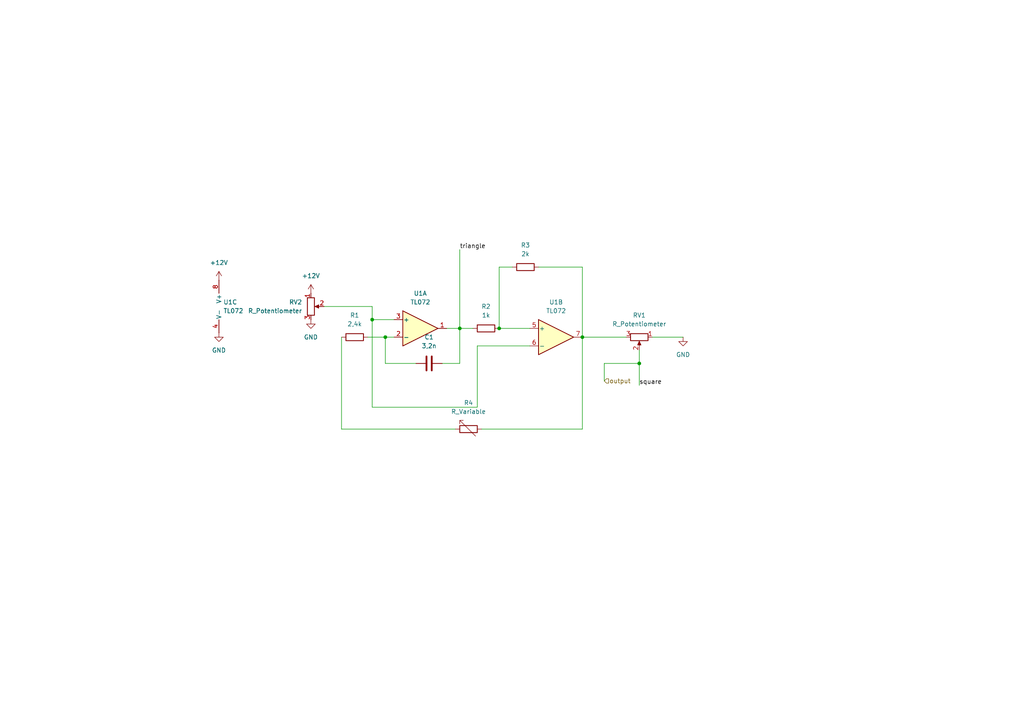
<source format=kicad_sch>
(kicad_sch
	(version 20250114)
	(generator "eeschema")
	(generator_version "9.0")
	(uuid "36a3c8af-8f81-4186-8706-e0adb3a86e43")
	(paper "A4")
	(lib_symbols
		(symbol "Amplifier_Operational:TL072"
			(pin_names
				(offset 0.127)
			)
			(exclude_from_sim no)
			(in_bom yes)
			(on_board yes)
			(property "Reference" "U"
				(at 0 5.08 0)
				(effects
					(font
						(size 1.27 1.27)
					)
					(justify left)
				)
			)
			(property "Value" "TL072"
				(at 0 -5.08 0)
				(effects
					(font
						(size 1.27 1.27)
					)
					(justify left)
				)
			)
			(property "Footprint" ""
				(at 0 0 0)
				(effects
					(font
						(size 1.27 1.27)
					)
					(hide yes)
				)
			)
			(property "Datasheet" "http://www.ti.com/lit/ds/symlink/tl071.pdf"
				(at 0 0 0)
				(effects
					(font
						(size 1.27 1.27)
					)
					(hide yes)
				)
			)
			(property "Description" "Dual Low-Noise JFET-Input Operational Amplifiers, DIP-8/SOIC-8"
				(at 0 0 0)
				(effects
					(font
						(size 1.27 1.27)
					)
					(hide yes)
				)
			)
			(property "ki_locked" ""
				(at 0 0 0)
				(effects
					(font
						(size 1.27 1.27)
					)
				)
			)
			(property "ki_keywords" "dual opamp"
				(at 0 0 0)
				(effects
					(font
						(size 1.27 1.27)
					)
					(hide yes)
				)
			)
			(property "ki_fp_filters" "SOIC*3.9x4.9mm*P1.27mm* DIP*W7.62mm* TO*99* OnSemi*Micro8* TSSOP*3x3mm*P0.65mm* TSSOP*4.4x3mm*P0.65mm* MSOP*3x3mm*P0.65mm* SSOP*3.9x4.9mm*P0.635mm* LFCSP*2x2mm*P0.5mm* *SIP* SOIC*5.3x6.2mm*P1.27mm*"
				(at 0 0 0)
				(effects
					(font
						(size 1.27 1.27)
					)
					(hide yes)
				)
			)
			(symbol "TL072_1_1"
				(polyline
					(pts
						(xy -5.08 5.08) (xy 5.08 0) (xy -5.08 -5.08) (xy -5.08 5.08)
					)
					(stroke
						(width 0.254)
						(type default)
					)
					(fill
						(type background)
					)
				)
				(pin input line
					(at -7.62 2.54 0)
					(length 2.54)
					(name "+"
						(effects
							(font
								(size 1.27 1.27)
							)
						)
					)
					(number "3"
						(effects
							(font
								(size 1.27 1.27)
							)
						)
					)
				)
				(pin input line
					(at -7.62 -2.54 0)
					(length 2.54)
					(name "-"
						(effects
							(font
								(size 1.27 1.27)
							)
						)
					)
					(number "2"
						(effects
							(font
								(size 1.27 1.27)
							)
						)
					)
				)
				(pin output line
					(at 7.62 0 180)
					(length 2.54)
					(name "~"
						(effects
							(font
								(size 1.27 1.27)
							)
						)
					)
					(number "1"
						(effects
							(font
								(size 1.27 1.27)
							)
						)
					)
				)
			)
			(symbol "TL072_2_1"
				(polyline
					(pts
						(xy -5.08 5.08) (xy 5.08 0) (xy -5.08 -5.08) (xy -5.08 5.08)
					)
					(stroke
						(width 0.254)
						(type default)
					)
					(fill
						(type background)
					)
				)
				(pin input line
					(at -7.62 2.54 0)
					(length 2.54)
					(name "+"
						(effects
							(font
								(size 1.27 1.27)
							)
						)
					)
					(number "5"
						(effects
							(font
								(size 1.27 1.27)
							)
						)
					)
				)
				(pin input line
					(at -7.62 -2.54 0)
					(length 2.54)
					(name "-"
						(effects
							(font
								(size 1.27 1.27)
							)
						)
					)
					(number "6"
						(effects
							(font
								(size 1.27 1.27)
							)
						)
					)
				)
				(pin output line
					(at 7.62 0 180)
					(length 2.54)
					(name "~"
						(effects
							(font
								(size 1.27 1.27)
							)
						)
					)
					(number "7"
						(effects
							(font
								(size 1.27 1.27)
							)
						)
					)
				)
			)
			(symbol "TL072_3_1"
				(pin power_in line
					(at -2.54 7.62 270)
					(length 3.81)
					(name "V+"
						(effects
							(font
								(size 1.27 1.27)
							)
						)
					)
					(number "8"
						(effects
							(font
								(size 1.27 1.27)
							)
						)
					)
				)
				(pin power_in line
					(at -2.54 -7.62 90)
					(length 3.81)
					(name "V-"
						(effects
							(font
								(size 1.27 1.27)
							)
						)
					)
					(number "4"
						(effects
							(font
								(size 1.27 1.27)
							)
						)
					)
				)
			)
			(embedded_fonts no)
		)
		(symbol "Device:C"
			(pin_numbers
				(hide yes)
			)
			(pin_names
				(offset 0.254)
			)
			(exclude_from_sim no)
			(in_bom yes)
			(on_board yes)
			(property "Reference" "C"
				(at 0.635 2.54 0)
				(effects
					(font
						(size 1.27 1.27)
					)
					(justify left)
				)
			)
			(property "Value" "C"
				(at 0.635 -2.54 0)
				(effects
					(font
						(size 1.27 1.27)
					)
					(justify left)
				)
			)
			(property "Footprint" ""
				(at 0.9652 -3.81 0)
				(effects
					(font
						(size 1.27 1.27)
					)
					(hide yes)
				)
			)
			(property "Datasheet" "~"
				(at 0 0 0)
				(effects
					(font
						(size 1.27 1.27)
					)
					(hide yes)
				)
			)
			(property "Description" "Unpolarized capacitor"
				(at 0 0 0)
				(effects
					(font
						(size 1.27 1.27)
					)
					(hide yes)
				)
			)
			(property "ki_keywords" "cap capacitor"
				(at 0 0 0)
				(effects
					(font
						(size 1.27 1.27)
					)
					(hide yes)
				)
			)
			(property "ki_fp_filters" "C_*"
				(at 0 0 0)
				(effects
					(font
						(size 1.27 1.27)
					)
					(hide yes)
				)
			)
			(symbol "C_0_1"
				(polyline
					(pts
						(xy -2.032 0.762) (xy 2.032 0.762)
					)
					(stroke
						(width 0.508)
						(type default)
					)
					(fill
						(type none)
					)
				)
				(polyline
					(pts
						(xy -2.032 -0.762) (xy 2.032 -0.762)
					)
					(stroke
						(width 0.508)
						(type default)
					)
					(fill
						(type none)
					)
				)
			)
			(symbol "C_1_1"
				(pin passive line
					(at 0 3.81 270)
					(length 2.794)
					(name "~"
						(effects
							(font
								(size 1.27 1.27)
							)
						)
					)
					(number "1"
						(effects
							(font
								(size 1.27 1.27)
							)
						)
					)
				)
				(pin passive line
					(at 0 -3.81 90)
					(length 2.794)
					(name "~"
						(effects
							(font
								(size 1.27 1.27)
							)
						)
					)
					(number "2"
						(effects
							(font
								(size 1.27 1.27)
							)
						)
					)
				)
			)
			(embedded_fonts no)
		)
		(symbol "Device:R"
			(pin_numbers
				(hide yes)
			)
			(pin_names
				(offset 0)
			)
			(exclude_from_sim no)
			(in_bom yes)
			(on_board yes)
			(property "Reference" "R"
				(at 2.032 0 90)
				(effects
					(font
						(size 1.27 1.27)
					)
				)
			)
			(property "Value" "R"
				(at 0 0 90)
				(effects
					(font
						(size 1.27 1.27)
					)
				)
			)
			(property "Footprint" ""
				(at -1.778 0 90)
				(effects
					(font
						(size 1.27 1.27)
					)
					(hide yes)
				)
			)
			(property "Datasheet" "~"
				(at 0 0 0)
				(effects
					(font
						(size 1.27 1.27)
					)
					(hide yes)
				)
			)
			(property "Description" "Resistor"
				(at 0 0 0)
				(effects
					(font
						(size 1.27 1.27)
					)
					(hide yes)
				)
			)
			(property "ki_keywords" "R res resistor"
				(at 0 0 0)
				(effects
					(font
						(size 1.27 1.27)
					)
					(hide yes)
				)
			)
			(property "ki_fp_filters" "R_*"
				(at 0 0 0)
				(effects
					(font
						(size 1.27 1.27)
					)
					(hide yes)
				)
			)
			(symbol "R_0_1"
				(rectangle
					(start -1.016 -2.54)
					(end 1.016 2.54)
					(stroke
						(width 0.254)
						(type default)
					)
					(fill
						(type none)
					)
				)
			)
			(symbol "R_1_1"
				(pin passive line
					(at 0 3.81 270)
					(length 1.27)
					(name "~"
						(effects
							(font
								(size 1.27 1.27)
							)
						)
					)
					(number "1"
						(effects
							(font
								(size 1.27 1.27)
							)
						)
					)
				)
				(pin passive line
					(at 0 -3.81 90)
					(length 1.27)
					(name "~"
						(effects
							(font
								(size 1.27 1.27)
							)
						)
					)
					(number "2"
						(effects
							(font
								(size 1.27 1.27)
							)
						)
					)
				)
			)
			(embedded_fonts no)
		)
		(symbol "Device:R_Potentiometer"
			(pin_names
				(offset 1.016)
				(hide yes)
			)
			(exclude_from_sim no)
			(in_bom yes)
			(on_board yes)
			(property "Reference" "RV"
				(at -4.445 0 90)
				(effects
					(font
						(size 1.27 1.27)
					)
				)
			)
			(property "Value" "R_Potentiometer"
				(at -2.54 0 90)
				(effects
					(font
						(size 1.27 1.27)
					)
				)
			)
			(property "Footprint" ""
				(at 0 0 0)
				(effects
					(font
						(size 1.27 1.27)
					)
					(hide yes)
				)
			)
			(property "Datasheet" "~"
				(at 0 0 0)
				(effects
					(font
						(size 1.27 1.27)
					)
					(hide yes)
				)
			)
			(property "Description" "Potentiometer"
				(at 0 0 0)
				(effects
					(font
						(size 1.27 1.27)
					)
					(hide yes)
				)
			)
			(property "ki_keywords" "resistor variable"
				(at 0 0 0)
				(effects
					(font
						(size 1.27 1.27)
					)
					(hide yes)
				)
			)
			(property "ki_fp_filters" "Potentiometer*"
				(at 0 0 0)
				(effects
					(font
						(size 1.27 1.27)
					)
					(hide yes)
				)
			)
			(symbol "R_Potentiometer_0_1"
				(rectangle
					(start 1.016 2.54)
					(end -1.016 -2.54)
					(stroke
						(width 0.254)
						(type default)
					)
					(fill
						(type none)
					)
				)
				(polyline
					(pts
						(xy 1.143 0) (xy 2.286 0.508) (xy 2.286 -0.508) (xy 1.143 0)
					)
					(stroke
						(width 0)
						(type default)
					)
					(fill
						(type outline)
					)
				)
				(polyline
					(pts
						(xy 2.54 0) (xy 1.524 0)
					)
					(stroke
						(width 0)
						(type default)
					)
					(fill
						(type none)
					)
				)
			)
			(symbol "R_Potentiometer_1_1"
				(pin passive line
					(at 0 3.81 270)
					(length 1.27)
					(name "1"
						(effects
							(font
								(size 1.27 1.27)
							)
						)
					)
					(number "1"
						(effects
							(font
								(size 1.27 1.27)
							)
						)
					)
				)
				(pin passive line
					(at 0 -3.81 90)
					(length 1.27)
					(name "3"
						(effects
							(font
								(size 1.27 1.27)
							)
						)
					)
					(number "3"
						(effects
							(font
								(size 1.27 1.27)
							)
						)
					)
				)
				(pin passive line
					(at 3.81 0 180)
					(length 1.27)
					(name "2"
						(effects
							(font
								(size 1.27 1.27)
							)
						)
					)
					(number "2"
						(effects
							(font
								(size 1.27 1.27)
							)
						)
					)
				)
			)
			(embedded_fonts no)
		)
		(symbol "Device:R_Variable"
			(pin_numbers
				(hide yes)
			)
			(pin_names
				(offset 0)
			)
			(exclude_from_sim no)
			(in_bom yes)
			(on_board yes)
			(property "Reference" "R"
				(at 2.54 -2.54 90)
				(effects
					(font
						(size 1.27 1.27)
					)
					(justify left)
				)
			)
			(property "Value" "R_Variable"
				(at -2.54 -1.27 90)
				(effects
					(font
						(size 1.27 1.27)
					)
					(justify left)
				)
			)
			(property "Footprint" ""
				(at -1.778 0 90)
				(effects
					(font
						(size 1.27 1.27)
					)
					(hide yes)
				)
			)
			(property "Datasheet" "~"
				(at 0 0 0)
				(effects
					(font
						(size 1.27 1.27)
					)
					(hide yes)
				)
			)
			(property "Description" "Variable resistor"
				(at 0 0 0)
				(effects
					(font
						(size 1.27 1.27)
					)
					(hide yes)
				)
			)
			(property "ki_keywords" "R res resistor variable potentiometer rheostat"
				(at 0 0 0)
				(effects
					(font
						(size 1.27 1.27)
					)
					(hide yes)
				)
			)
			(property "ki_fp_filters" "R_*"
				(at 0 0 0)
				(effects
					(font
						(size 1.27 1.27)
					)
					(hide yes)
				)
			)
			(symbol "R_Variable_0_1"
				(rectangle
					(start -1.016 -2.54)
					(end 1.016 2.54)
					(stroke
						(width 0.254)
						(type default)
					)
					(fill
						(type none)
					)
				)
				(polyline
					(pts
						(xy 2.54 1.524) (xy 2.54 2.54) (xy 1.524 2.54) (xy 2.54 2.54) (xy -2.032 -2.032)
					)
					(stroke
						(width 0)
						(type default)
					)
					(fill
						(type none)
					)
				)
			)
			(symbol "R_Variable_1_1"
				(pin passive line
					(at 0 3.81 270)
					(length 1.27)
					(name "~"
						(effects
							(font
								(size 1.27 1.27)
							)
						)
					)
					(number "1"
						(effects
							(font
								(size 1.27 1.27)
							)
						)
					)
				)
				(pin passive line
					(at 0 -3.81 90)
					(length 1.27)
					(name "~"
						(effects
							(font
								(size 1.27 1.27)
							)
						)
					)
					(number "2"
						(effects
							(font
								(size 1.27 1.27)
							)
						)
					)
				)
			)
			(embedded_fonts no)
		)
		(symbol "power:+12V"
			(power)
			(pin_numbers
				(hide yes)
			)
			(pin_names
				(offset 0)
				(hide yes)
			)
			(exclude_from_sim no)
			(in_bom yes)
			(on_board yes)
			(property "Reference" "#PWR"
				(at 0 -3.81 0)
				(effects
					(font
						(size 1.27 1.27)
					)
					(hide yes)
				)
			)
			(property "Value" "+12V"
				(at 0 3.556 0)
				(effects
					(font
						(size 1.27 1.27)
					)
				)
			)
			(property "Footprint" ""
				(at 0 0 0)
				(effects
					(font
						(size 1.27 1.27)
					)
					(hide yes)
				)
			)
			(property "Datasheet" ""
				(at 0 0 0)
				(effects
					(font
						(size 1.27 1.27)
					)
					(hide yes)
				)
			)
			(property "Description" "Power symbol creates a global label with name \"+12V\""
				(at 0 0 0)
				(effects
					(font
						(size 1.27 1.27)
					)
					(hide yes)
				)
			)
			(property "ki_keywords" "global power"
				(at 0 0 0)
				(effects
					(font
						(size 1.27 1.27)
					)
					(hide yes)
				)
			)
			(symbol "+12V_0_1"
				(polyline
					(pts
						(xy -0.762 1.27) (xy 0 2.54)
					)
					(stroke
						(width 0)
						(type default)
					)
					(fill
						(type none)
					)
				)
				(polyline
					(pts
						(xy 0 2.54) (xy 0.762 1.27)
					)
					(stroke
						(width 0)
						(type default)
					)
					(fill
						(type none)
					)
				)
				(polyline
					(pts
						(xy 0 0) (xy 0 2.54)
					)
					(stroke
						(width 0)
						(type default)
					)
					(fill
						(type none)
					)
				)
			)
			(symbol "+12V_1_1"
				(pin power_in line
					(at 0 0 90)
					(length 0)
					(name "~"
						(effects
							(font
								(size 1.27 1.27)
							)
						)
					)
					(number "1"
						(effects
							(font
								(size 1.27 1.27)
							)
						)
					)
				)
			)
			(embedded_fonts no)
		)
		(symbol "power:GND"
			(power)
			(pin_numbers
				(hide yes)
			)
			(pin_names
				(offset 0)
				(hide yes)
			)
			(exclude_from_sim no)
			(in_bom yes)
			(on_board yes)
			(property "Reference" "#PWR"
				(at 0 -6.35 0)
				(effects
					(font
						(size 1.27 1.27)
					)
					(hide yes)
				)
			)
			(property "Value" "GND"
				(at 0 -3.81 0)
				(effects
					(font
						(size 1.27 1.27)
					)
				)
			)
			(property "Footprint" ""
				(at 0 0 0)
				(effects
					(font
						(size 1.27 1.27)
					)
					(hide yes)
				)
			)
			(property "Datasheet" ""
				(at 0 0 0)
				(effects
					(font
						(size 1.27 1.27)
					)
					(hide yes)
				)
			)
			(property "Description" "Power symbol creates a global label with name \"GND\" , ground"
				(at 0 0 0)
				(effects
					(font
						(size 1.27 1.27)
					)
					(hide yes)
				)
			)
			(property "ki_keywords" "global power"
				(at 0 0 0)
				(effects
					(font
						(size 1.27 1.27)
					)
					(hide yes)
				)
			)
			(symbol "GND_0_1"
				(polyline
					(pts
						(xy 0 0) (xy 0 -1.27) (xy 1.27 -1.27) (xy 0 -2.54) (xy -1.27 -1.27) (xy 0 -1.27)
					)
					(stroke
						(width 0)
						(type default)
					)
					(fill
						(type none)
					)
				)
			)
			(symbol "GND_1_1"
				(pin power_in line
					(at 0 0 270)
					(length 0)
					(name "~"
						(effects
							(font
								(size 1.27 1.27)
							)
						)
					)
					(number "1"
						(effects
							(font
								(size 1.27 1.27)
							)
						)
					)
				)
			)
			(embedded_fonts no)
		)
	)
	(junction
		(at 185.42 105.41)
		(diameter 0)
		(color 0 0 0 0)
		(uuid "07a085c6-c0b6-4797-a289-c9389bc84f22")
	)
	(junction
		(at 168.91 97.79)
		(diameter 0)
		(color 0 0 0 0)
		(uuid "5710e48c-6c21-42e2-91dc-615a1838f9b9")
	)
	(junction
		(at 111.76 97.79)
		(diameter 0)
		(color 0 0 0 0)
		(uuid "67efbce8-307c-4a16-9488-6276c4cb6da1")
	)
	(junction
		(at 144.78 95.25)
		(diameter 0)
		(color 0 0 0 0)
		(uuid "7f4b31f1-702d-4d19-9d6e-e861a4d7df9c")
	)
	(junction
		(at 133.35 95.25)
		(diameter 0)
		(color 0 0 0 0)
		(uuid "bd893673-d60c-49a4-9758-ca3884a525c1")
	)
	(junction
		(at 107.95 92.71)
		(diameter 0)
		(color 0 0 0 0)
		(uuid "f673d3cd-f483-41c5-b685-bc7f03395daa")
	)
	(wire
		(pts
			(xy 185.42 101.6) (xy 185.42 105.41)
		)
		(stroke
			(width 0)
			(type default)
		)
		(uuid "02872ad1-f153-48b0-9447-e47d6c48b784")
	)
	(wire
		(pts
			(xy 106.68 97.79) (xy 111.76 97.79)
		)
		(stroke
			(width 0)
			(type default)
		)
		(uuid "055bcf3a-d9e4-4b38-9f1f-790244a7aaa5")
	)
	(wire
		(pts
			(xy 133.35 72.39) (xy 133.35 95.25)
		)
		(stroke
			(width 0)
			(type default)
		)
		(uuid "0faa64d8-79f0-4aac-be2d-84a14805d2d4")
	)
	(wire
		(pts
			(xy 168.91 77.47) (xy 168.91 97.79)
		)
		(stroke
			(width 0)
			(type default)
		)
		(uuid "1150a8ce-b27e-4fed-94c5-586cd9dea5b7")
	)
	(wire
		(pts
			(xy 144.78 95.25) (xy 153.67 95.25)
		)
		(stroke
			(width 0)
			(type default)
		)
		(uuid "1162271a-2e11-4b37-914b-cb3c61ee32bf")
	)
	(wire
		(pts
			(xy 168.91 97.79) (xy 181.61 97.79)
		)
		(stroke
			(width 0)
			(type default)
		)
		(uuid "17d8a216-8581-48cb-b687-1085665daa00")
	)
	(wire
		(pts
			(xy 128.27 105.41) (xy 133.35 105.41)
		)
		(stroke
			(width 0)
			(type default)
		)
		(uuid "2df80c80-5c48-42c9-9e3e-8e73df99a16b")
	)
	(wire
		(pts
			(xy 107.95 92.71) (xy 107.95 118.11)
		)
		(stroke
			(width 0)
			(type default)
		)
		(uuid "31402f3a-6bbb-42ee-af28-a5e2599ded7c")
	)
	(wire
		(pts
			(xy 99.06 97.79) (xy 99.06 124.46)
		)
		(stroke
			(width 0)
			(type default)
		)
		(uuid "37a006bb-a0bd-444b-a2c0-87ae34f82f90")
	)
	(wire
		(pts
			(xy 111.76 105.41) (xy 120.65 105.41)
		)
		(stroke
			(width 0)
			(type default)
		)
		(uuid "4ebed789-a02b-4c34-87f0-298482de8964")
	)
	(wire
		(pts
			(xy 144.78 77.47) (xy 148.59 77.47)
		)
		(stroke
			(width 0)
			(type default)
		)
		(uuid "523f2bfc-4d99-4e18-b803-f6231384abe1")
	)
	(wire
		(pts
			(xy 111.76 97.79) (xy 114.3 97.79)
		)
		(stroke
			(width 0)
			(type default)
		)
		(uuid "5ac8c256-a521-441e-b9f3-276ca1bd0ab3")
	)
	(wire
		(pts
			(xy 133.35 95.25) (xy 137.16 95.25)
		)
		(stroke
			(width 0)
			(type default)
		)
		(uuid "5bc996e4-f35d-4c30-a39b-f187c0b76efc")
	)
	(wire
		(pts
			(xy 175.26 110.49) (xy 175.26 105.41)
		)
		(stroke
			(width 0)
			(type default)
		)
		(uuid "619fe17b-d69f-495c-8e7c-1292d4d6c139")
	)
	(wire
		(pts
			(xy 133.35 105.41) (xy 133.35 95.25)
		)
		(stroke
			(width 0)
			(type default)
		)
		(uuid "6517e2b5-a377-49ba-b36f-e6f3ab28b131")
	)
	(wire
		(pts
			(xy 107.95 92.71) (xy 114.3 92.71)
		)
		(stroke
			(width 0)
			(type default)
		)
		(uuid "6c5a5cea-55ed-4090-a8ee-856ef68c508c")
	)
	(wire
		(pts
			(xy 175.26 105.41) (xy 185.42 105.41)
		)
		(stroke
			(width 0)
			(type default)
		)
		(uuid "77dc380f-188e-4598-9b42-99e834da90b5")
	)
	(wire
		(pts
			(xy 139.7 124.46) (xy 168.91 124.46)
		)
		(stroke
			(width 0)
			(type default)
		)
		(uuid "85f18f35-157a-4bb1-87ae-9ecf68886474")
	)
	(wire
		(pts
			(xy 153.67 100.33) (xy 138.43 100.33)
		)
		(stroke
			(width 0)
			(type default)
		)
		(uuid "89720016-95ed-4d8c-962a-386845993bdd")
	)
	(wire
		(pts
			(xy 156.21 77.47) (xy 168.91 77.47)
		)
		(stroke
			(width 0)
			(type default)
		)
		(uuid "934937f9-2bbf-46bc-83a2-81295bf50c1a")
	)
	(wire
		(pts
			(xy 138.43 100.33) (xy 138.43 118.11)
		)
		(stroke
			(width 0)
			(type default)
		)
		(uuid "9d421cab-2e06-47a5-bb9d-4ea1e7ba2ba3")
	)
	(wire
		(pts
			(xy 185.42 105.41) (xy 185.42 111.76)
		)
		(stroke
			(width 0)
			(type default)
		)
		(uuid "9e9639be-6824-4650-9c3f-648cc71baec2")
	)
	(wire
		(pts
			(xy 107.95 88.9) (xy 107.95 92.71)
		)
		(stroke
			(width 0)
			(type default)
		)
		(uuid "a278a5f4-e663-4a76-ab9c-4edd7657d331")
	)
	(wire
		(pts
			(xy 189.23 97.79) (xy 198.12 97.79)
		)
		(stroke
			(width 0)
			(type default)
		)
		(uuid "a2b4fc49-3762-4931-b65c-c69c75580557")
	)
	(wire
		(pts
			(xy 99.06 124.46) (xy 132.08 124.46)
		)
		(stroke
			(width 0)
			(type default)
		)
		(uuid "c4c1ed99-4a2b-40d0-8d96-a1407fdcf9b7")
	)
	(wire
		(pts
			(xy 93.98 88.9) (xy 107.95 88.9)
		)
		(stroke
			(width 0)
			(type default)
		)
		(uuid "c72e0274-9a56-419b-b011-a0e2cf1952cc")
	)
	(wire
		(pts
			(xy 144.78 95.25) (xy 144.78 77.47)
		)
		(stroke
			(width 0)
			(type default)
		)
		(uuid "c9d26306-1b78-48dd-9ea1-7e46f75a9e1d")
	)
	(wire
		(pts
			(xy 107.95 118.11) (xy 138.43 118.11)
		)
		(stroke
			(width 0)
			(type default)
		)
		(uuid "d624daa7-9f93-4322-a7e1-7fd32b248dd0")
	)
	(wire
		(pts
			(xy 129.54 95.25) (xy 133.35 95.25)
		)
		(stroke
			(width 0)
			(type default)
		)
		(uuid "d62621dd-b4ad-4b61-9fbd-623efc401879")
	)
	(wire
		(pts
			(xy 111.76 97.79) (xy 111.76 105.41)
		)
		(stroke
			(width 0)
			(type default)
		)
		(uuid "fcf71aac-4e6f-43e6-9901-cbee8ed12c89")
	)
	(wire
		(pts
			(xy 168.91 124.46) (xy 168.91 97.79)
		)
		(stroke
			(width 0)
			(type default)
		)
		(uuid "fd20c50d-1d0c-4946-b569-9bc2c7dde0b7")
	)
	(label "triangle"
		(at 133.35 72.39 0)
		(effects
			(font
				(size 1.27 1.27)
			)
			(justify left bottom)
		)
		(uuid "2a534b25-5e48-4caa-902c-7bbeb01e24bd")
	)
	(label "square"
		(at 185.42 111.76 0)
		(effects
			(font
				(size 1.27 1.27)
			)
			(justify left bottom)
		)
		(uuid "bef37621-d730-4fb1-b9ff-0cccb58f4eb2")
	)
	(hierarchical_label "output"
		(shape input)
		(at 175.26 110.49 0)
		(effects
			(font
				(size 1.27 1.27)
			)
			(justify left)
		)
		(uuid "10c21821-6e19-4bcb-b305-37e511b3c692")
	)
	(symbol
		(lib_id "power:+12V")
		(at 63.5 81.28 0)
		(unit 1)
		(exclude_from_sim no)
		(in_bom yes)
		(on_board yes)
		(dnp no)
		(fields_autoplaced yes)
		(uuid "238fa682-f27d-4138-814e-4e675aa82075")
		(property "Reference" "#PWR04"
			(at 63.5 85.09 0)
			(effects
				(font
					(size 1.27 1.27)
				)
				(hide yes)
			)
		)
		(property "Value" "+12V"
			(at 63.5 76.2 0)
			(effects
				(font
					(size 1.27 1.27)
				)
			)
		)
		(property "Footprint" ""
			(at 63.5 81.28 0)
			(effects
				(font
					(size 1.27 1.27)
				)
				(hide yes)
			)
		)
		(property "Datasheet" ""
			(at 63.5 81.28 0)
			(effects
				(font
					(size 1.27 1.27)
				)
				(hide yes)
			)
		)
		(property "Description" "Power symbol creates a global label with name \"+12V\""
			(at 63.5 81.28 0)
			(effects
				(font
					(size 1.27 1.27)
				)
				(hide yes)
			)
		)
		(pin "1"
			(uuid "0b062b92-1770-48f3-a37e-3e9a4b02300b")
		)
		(instances
			(project "lebegteto_analog"
				(path "/69584044-3e78-46a7-9ace-309a005e8329/76c3ce23-0441-427c-b036-019b5956bfe7"
					(reference "#PWR04")
					(unit 1)
				)
			)
		)
	)
	(symbol
		(lib_id "Device:R_Potentiometer")
		(at 90.17 88.9 0)
		(unit 1)
		(exclude_from_sim no)
		(in_bom yes)
		(on_board yes)
		(dnp no)
		(fields_autoplaced yes)
		(uuid "322078ab-b5f2-46e3-a0dc-cf265dcdc36e")
		(property "Reference" "RV2"
			(at 87.63 87.6299 0)
			(effects
				(font
					(size 1.27 1.27)
				)
				(justify right)
			)
		)
		(property "Value" "R_Potentiometer"
			(at 87.63 90.1699 0)
			(effects
				(font
					(size 1.27 1.27)
				)
				(justify right)
			)
		)
		(property "Footprint" ""
			(at 90.17 88.9 0)
			(effects
				(font
					(size 1.27 1.27)
				)
				(hide yes)
			)
		)
		(property "Datasheet" "~"
			(at 90.17 88.9 0)
			(effects
				(font
					(size 1.27 1.27)
				)
				(hide yes)
			)
		)
		(property "Description" "Potentiometer"
			(at 90.17 88.9 0)
			(effects
				(font
					(size 1.27 1.27)
				)
				(hide yes)
			)
		)
		(pin "3"
			(uuid "cca651a2-19e6-48a6-ad9a-435702452233")
		)
		(pin "2"
			(uuid "c749ac3a-db90-48c0-a540-abeb9b324a31")
		)
		(pin "1"
			(uuid "d66b84a1-1402-4bf2-a355-e03936f34b5a")
		)
		(instances
			(project "lebegteto_analog"
				(path "/69584044-3e78-46a7-9ace-309a005e8329/76c3ce23-0441-427c-b036-019b5956bfe7"
					(reference "RV2")
					(unit 1)
				)
			)
		)
	)
	(symbol
		(lib_id "Amplifier_Operational:TL072")
		(at 66.04 88.9 0)
		(unit 3)
		(exclude_from_sim no)
		(in_bom yes)
		(on_board yes)
		(dnp no)
		(fields_autoplaced yes)
		(uuid "3e45a137-d6cf-4ee9-9e8c-45e8b036626b")
		(property "Reference" "U1"
			(at 64.77 87.6299 0)
			(effects
				(font
					(size 1.27 1.27)
				)
				(justify left)
			)
		)
		(property "Value" "TL072"
			(at 64.77 90.1699 0)
			(effects
				(font
					(size 1.27 1.27)
				)
				(justify left)
			)
		)
		(property "Footprint" ""
			(at 66.04 88.9 0)
			(effects
				(font
					(size 1.27 1.27)
				)
				(hide yes)
			)
		)
		(property "Datasheet" "http://www.ti.com/lit/ds/symlink/tl071.pdf"
			(at 66.04 88.9 0)
			(effects
				(font
					(size 1.27 1.27)
				)
				(hide yes)
			)
		)
		(property "Description" "Dual Low-Noise JFET-Input Operational Amplifiers, DIP-8/SOIC-8"
			(at 66.04 88.9 0)
			(effects
				(font
					(size 1.27 1.27)
				)
				(hide yes)
			)
		)
		(pin "3"
			(uuid "8fe44fb4-f7a9-471a-ad4a-3dd1a3fcaf46")
		)
		(pin "6"
			(uuid "12866e78-7f0f-4f9d-a7b7-1d3a0abea167")
		)
		(pin "5"
			(uuid "f9109488-1f05-4984-b8dc-578e376b11cd")
		)
		(pin "2"
			(uuid "fdaffcf7-a4d1-49de-918b-c815eb06878e")
		)
		(pin "4"
			(uuid "7afa577d-6875-4c6c-9dde-477d5ec5165d")
		)
		(pin "8"
			(uuid "a6dcc833-d040-4cd3-9e81-3107277a0b44")
		)
		(pin "7"
			(uuid "212a87b9-2be2-4e5b-8005-b64845447b80")
		)
		(pin "1"
			(uuid "49867757-0020-4f1f-bea5-9f5bba19fee2")
		)
		(instances
			(project "lebegteto_analog"
				(path "/69584044-3e78-46a7-9ace-309a005e8329/76c3ce23-0441-427c-b036-019b5956bfe7"
					(reference "U1")
					(unit 3)
				)
			)
		)
	)
	(symbol
		(lib_id "power:+12V")
		(at 90.17 85.09 0)
		(unit 1)
		(exclude_from_sim no)
		(in_bom yes)
		(on_board yes)
		(dnp no)
		(fields_autoplaced yes)
		(uuid "747db818-69c7-4d6f-9564-18478a97b70f")
		(property "Reference" "#PWR03"
			(at 90.17 88.9 0)
			(effects
				(font
					(size 1.27 1.27)
				)
				(hide yes)
			)
		)
		(property "Value" "+12V"
			(at 90.17 80.01 0)
			(effects
				(font
					(size 1.27 1.27)
				)
			)
		)
		(property "Footprint" ""
			(at 90.17 85.09 0)
			(effects
				(font
					(size 1.27 1.27)
				)
				(hide yes)
			)
		)
		(property "Datasheet" ""
			(at 90.17 85.09 0)
			(effects
				(font
					(size 1.27 1.27)
				)
				(hide yes)
			)
		)
		(property "Description" "Power symbol creates a global label with name \"+12V\""
			(at 90.17 85.09 0)
			(effects
				(font
					(size 1.27 1.27)
				)
				(hide yes)
			)
		)
		(pin "1"
			(uuid "5fbdd3c3-84db-44d8-b17d-82c68ed9f520")
		)
		(instances
			(project "lebegteto_analog"
				(path "/69584044-3e78-46a7-9ace-309a005e8329/76c3ce23-0441-427c-b036-019b5956bfe7"
					(reference "#PWR03")
					(unit 1)
				)
			)
		)
	)
	(symbol
		(lib_id "Amplifier_Operational:TL072")
		(at 161.29 97.79 0)
		(unit 2)
		(exclude_from_sim no)
		(in_bom yes)
		(on_board yes)
		(dnp no)
		(fields_autoplaced yes)
		(uuid "85c061f8-8cee-4fe5-9b69-f477cbe1658e")
		(property "Reference" "U1"
			(at 161.29 87.63 0)
			(effects
				(font
					(size 1.27 1.27)
				)
			)
		)
		(property "Value" "TL072"
			(at 161.29 90.17 0)
			(effects
				(font
					(size 1.27 1.27)
				)
			)
		)
		(property "Footprint" ""
			(at 161.29 97.79 0)
			(effects
				(font
					(size 1.27 1.27)
				)
				(hide yes)
			)
		)
		(property "Datasheet" "http://www.ti.com/lit/ds/symlink/tl071.pdf"
			(at 161.29 97.79 0)
			(effects
				(font
					(size 1.27 1.27)
				)
				(hide yes)
			)
		)
		(property "Description" "Dual Low-Noise JFET-Input Operational Amplifiers, DIP-8/SOIC-8"
			(at 161.29 97.79 0)
			(effects
				(font
					(size 1.27 1.27)
				)
				(hide yes)
			)
		)
		(pin "3"
			(uuid "8fe44fb4-f7a9-471a-ad4a-3dd1a3fcaf47")
		)
		(pin "6"
			(uuid "12866e78-7f0f-4f9d-a7b7-1d3a0abea168")
		)
		(pin "5"
			(uuid "f9109488-1f05-4984-b8dc-578e376b11ce")
		)
		(pin "2"
			(uuid "fdaffcf7-a4d1-49de-918b-c815eb06878f")
		)
		(pin "4"
			(uuid "7afa577d-6875-4c6c-9dde-477d5ec5165e")
		)
		(pin "8"
			(uuid "a6dcc833-d040-4cd3-9e81-3107277a0b45")
		)
		(pin "7"
			(uuid "212a87b9-2be2-4e5b-8005-b64845447b81")
		)
		(pin "1"
			(uuid "49867757-0020-4f1f-bea5-9f5bba19fee3")
		)
		(instances
			(project "lebegteto_analog"
				(path "/69584044-3e78-46a7-9ace-309a005e8329/76c3ce23-0441-427c-b036-019b5956bfe7"
					(reference "U1")
					(unit 2)
				)
			)
		)
	)
	(symbol
		(lib_id "Amplifier_Operational:TL072")
		(at 121.92 95.25 0)
		(unit 1)
		(exclude_from_sim no)
		(in_bom yes)
		(on_board yes)
		(dnp no)
		(fields_autoplaced yes)
		(uuid "979785af-0caa-428c-a0a3-c597d1b6a920")
		(property "Reference" "U1"
			(at 121.92 85.09 0)
			(effects
				(font
					(size 1.27 1.27)
				)
			)
		)
		(property "Value" "TL072"
			(at 121.92 87.63 0)
			(effects
				(font
					(size 1.27 1.27)
				)
			)
		)
		(property "Footprint" ""
			(at 121.92 95.25 0)
			(effects
				(font
					(size 1.27 1.27)
				)
				(hide yes)
			)
		)
		(property "Datasheet" "http://www.ti.com/lit/ds/symlink/tl071.pdf"
			(at 121.92 95.25 0)
			(effects
				(font
					(size 1.27 1.27)
				)
				(hide yes)
			)
		)
		(property "Description" "Dual Low-Noise JFET-Input Operational Amplifiers, DIP-8/SOIC-8"
			(at 121.92 95.25 0)
			(effects
				(font
					(size 1.27 1.27)
				)
				(hide yes)
			)
		)
		(pin "3"
			(uuid "8fe44fb4-f7a9-471a-ad4a-3dd1a3fcaf48")
		)
		(pin "6"
			(uuid "12866e78-7f0f-4f9d-a7b7-1d3a0abea169")
		)
		(pin "5"
			(uuid "f9109488-1f05-4984-b8dc-578e376b11cf")
		)
		(pin "2"
			(uuid "fdaffcf7-a4d1-49de-918b-c815eb068790")
		)
		(pin "4"
			(uuid "7afa577d-6875-4c6c-9dde-477d5ec5165f")
		)
		(pin "8"
			(uuid "a6dcc833-d040-4cd3-9e81-3107277a0b46")
		)
		(pin "7"
			(uuid "212a87b9-2be2-4e5b-8005-b64845447b82")
		)
		(pin "1"
			(uuid "49867757-0020-4f1f-bea5-9f5bba19fee4")
		)
		(instances
			(project "lebegteto_analog"
				(path "/69584044-3e78-46a7-9ace-309a005e8329/76c3ce23-0441-427c-b036-019b5956bfe7"
					(reference "U1")
					(unit 1)
				)
			)
		)
	)
	(symbol
		(lib_id "Device:R")
		(at 140.97 95.25 90)
		(unit 1)
		(exclude_from_sim no)
		(in_bom yes)
		(on_board yes)
		(dnp no)
		(fields_autoplaced yes)
		(uuid "ad9f7712-2e8f-4fef-9544-68216f794cc8")
		(property "Reference" "R2"
			(at 140.97 88.9 90)
			(effects
				(font
					(size 1.27 1.27)
				)
			)
		)
		(property "Value" "1k"
			(at 140.97 91.44 90)
			(effects
				(font
					(size 1.27 1.27)
				)
			)
		)
		(property "Footprint" ""
			(at 140.97 97.028 90)
			(effects
				(font
					(size 1.27 1.27)
				)
				(hide yes)
			)
		)
		(property "Datasheet" "~"
			(at 140.97 95.25 0)
			(effects
				(font
					(size 1.27 1.27)
				)
				(hide yes)
			)
		)
		(property "Description" "Resistor"
			(at 140.97 95.25 0)
			(effects
				(font
					(size 1.27 1.27)
				)
				(hide yes)
			)
		)
		(pin "1"
			(uuid "de37e429-1ae3-4386-ab0b-7e3dd0d412df")
		)
		(pin "2"
			(uuid "cdf7c021-1e55-43e4-86a3-fc2a65af6b34")
		)
		(instances
			(project "lebegteto_analog"
				(path "/69584044-3e78-46a7-9ace-309a005e8329/76c3ce23-0441-427c-b036-019b5956bfe7"
					(reference "R2")
					(unit 1)
				)
			)
		)
	)
	(symbol
		(lib_id "Device:R")
		(at 102.87 97.79 90)
		(unit 1)
		(exclude_from_sim no)
		(in_bom yes)
		(on_board yes)
		(dnp no)
		(fields_autoplaced yes)
		(uuid "b982ab56-6988-4bff-8872-66044a785fb9")
		(property "Reference" "R1"
			(at 102.87 91.44 90)
			(effects
				(font
					(size 1.27 1.27)
				)
			)
		)
		(property "Value" "2,4k"
			(at 102.87 93.98 90)
			(effects
				(font
					(size 1.27 1.27)
				)
			)
		)
		(property "Footprint" ""
			(at 102.87 99.568 90)
			(effects
				(font
					(size 1.27 1.27)
				)
				(hide yes)
			)
		)
		(property "Datasheet" "~"
			(at 102.87 97.79 0)
			(effects
				(font
					(size 1.27 1.27)
				)
				(hide yes)
			)
		)
		(property "Description" "Resistor"
			(at 102.87 97.79 0)
			(effects
				(font
					(size 1.27 1.27)
				)
				(hide yes)
			)
		)
		(pin "2"
			(uuid "aa2b18d1-0448-463b-a28c-d99c4fe5d986")
		)
		(pin "1"
			(uuid "d20cf1ac-e897-4e3e-b78a-eac36b3aaeaf")
		)
		(instances
			(project "lebegteto_analog"
				(path "/69584044-3e78-46a7-9ace-309a005e8329/76c3ce23-0441-427c-b036-019b5956bfe7"
					(reference "R1")
					(unit 1)
				)
			)
		)
	)
	(symbol
		(lib_id "Device:C")
		(at 124.46 105.41 90)
		(unit 1)
		(exclude_from_sim no)
		(in_bom yes)
		(on_board yes)
		(dnp no)
		(fields_autoplaced yes)
		(uuid "ca208398-ac24-459d-b95a-b06ee2e7bfce")
		(property "Reference" "C1"
			(at 124.46 97.79 90)
			(effects
				(font
					(size 1.27 1.27)
				)
			)
		)
		(property "Value" "3,2n"
			(at 124.46 100.33 90)
			(effects
				(font
					(size 1.27 1.27)
				)
			)
		)
		(property "Footprint" ""
			(at 128.27 104.4448 0)
			(effects
				(font
					(size 1.27 1.27)
				)
				(hide yes)
			)
		)
		(property "Datasheet" "~"
			(at 124.46 105.41 0)
			(effects
				(font
					(size 1.27 1.27)
				)
				(hide yes)
			)
		)
		(property "Description" "Unpolarized capacitor"
			(at 124.46 105.41 0)
			(effects
				(font
					(size 1.27 1.27)
				)
				(hide yes)
			)
		)
		(pin "1"
			(uuid "a91d714e-c068-43bd-98f3-0b84e6ee9cc2")
		)
		(pin "2"
			(uuid "17a500ff-b23b-4e45-b334-6483188fb950")
		)
		(instances
			(project "lebegteto_analog"
				(path "/69584044-3e78-46a7-9ace-309a005e8329/76c3ce23-0441-427c-b036-019b5956bfe7"
					(reference "C1")
					(unit 1)
				)
			)
		)
	)
	(symbol
		(lib_id "power:GND")
		(at 198.12 97.79 0)
		(unit 1)
		(exclude_from_sim no)
		(in_bom yes)
		(on_board yes)
		(dnp no)
		(fields_autoplaced yes)
		(uuid "cdddf4a7-4fb3-44cc-ba97-981bbbef9bcb")
		(property "Reference" "#PWR01"
			(at 198.12 104.14 0)
			(effects
				(font
					(size 1.27 1.27)
				)
				(hide yes)
			)
		)
		(property "Value" "GND"
			(at 198.12 102.87 0)
			(effects
				(font
					(size 1.27 1.27)
				)
			)
		)
		(property "Footprint" ""
			(at 198.12 97.79 0)
			(effects
				(font
					(size 1.27 1.27)
				)
				(hide yes)
			)
		)
		(property "Datasheet" ""
			(at 198.12 97.79 0)
			(effects
				(font
					(size 1.27 1.27)
				)
				(hide yes)
			)
		)
		(property "Description" "Power symbol creates a global label with name \"GND\" , ground"
			(at 198.12 97.79 0)
			(effects
				(font
					(size 1.27 1.27)
				)
				(hide yes)
			)
		)
		(pin "1"
			(uuid "4c0897fd-e976-4203-b2c0-7dc79e440e9e")
		)
		(instances
			(project "lebegteto_analog"
				(path "/69584044-3e78-46a7-9ace-309a005e8329/76c3ce23-0441-427c-b036-019b5956bfe7"
					(reference "#PWR01")
					(unit 1)
				)
			)
		)
	)
	(symbol
		(lib_id "Device:R")
		(at 152.4 77.47 90)
		(unit 1)
		(exclude_from_sim no)
		(in_bom yes)
		(on_board yes)
		(dnp no)
		(fields_autoplaced yes)
		(uuid "d969f18f-68b3-4f93-963a-5ad68d144fc5")
		(property "Reference" "R3"
			(at 152.4 71.12 90)
			(effects
				(font
					(size 1.27 1.27)
				)
			)
		)
		(property "Value" "2k"
			(at 152.4 73.66 90)
			(effects
				(font
					(size 1.27 1.27)
				)
			)
		)
		(property "Footprint" ""
			(at 152.4 79.248 90)
			(effects
				(font
					(size 1.27 1.27)
				)
				(hide yes)
			)
		)
		(property "Datasheet" "~"
			(at 152.4 77.47 0)
			(effects
				(font
					(size 1.27 1.27)
				)
				(hide yes)
			)
		)
		(property "Description" "Resistor"
			(at 152.4 77.47 0)
			(effects
				(font
					(size 1.27 1.27)
				)
				(hide yes)
			)
		)
		(pin "1"
			(uuid "11068b2a-84a4-4e18-89b6-734b5892fe52")
		)
		(pin "2"
			(uuid "97bc2ee4-a37a-4030-b369-304693381d04")
		)
		(instances
			(project "lebegteto_analog"
				(path "/69584044-3e78-46a7-9ace-309a005e8329/76c3ce23-0441-427c-b036-019b5956bfe7"
					(reference "R3")
					(unit 1)
				)
			)
		)
	)
	(symbol
		(lib_id "Device:R_Variable")
		(at 135.89 124.46 90)
		(unit 1)
		(exclude_from_sim no)
		(in_bom yes)
		(on_board yes)
		(dnp no)
		(fields_autoplaced yes)
		(uuid "de74d950-1947-44c1-9e60-f9ed281a9edb")
		(property "Reference" "R4"
			(at 135.89 116.84 90)
			(effects
				(font
					(size 1.27 1.27)
				)
			)
		)
		(property "Value" "R_Variable"
			(at 135.89 119.38 90)
			(effects
				(font
					(size 1.27 1.27)
				)
			)
		)
		(property "Footprint" ""
			(at 135.89 126.238 90)
			(effects
				(font
					(size 1.27 1.27)
				)
				(hide yes)
			)
		)
		(property "Datasheet" "~"
			(at 135.89 124.46 0)
			(effects
				(font
					(size 1.27 1.27)
				)
				(hide yes)
			)
		)
		(property "Description" "Variable resistor"
			(at 135.89 124.46 0)
			(effects
				(font
					(size 1.27 1.27)
				)
				(hide yes)
			)
		)
		(pin "2"
			(uuid "61abd053-41a9-4f3b-817a-b26311c42dd9")
		)
		(pin "1"
			(uuid "7b8bf241-650a-48b1-ac67-17b13bf407fb")
		)
		(instances
			(project "lebegteto_analog"
				(path "/69584044-3e78-46a7-9ace-309a005e8329/76c3ce23-0441-427c-b036-019b5956bfe7"
					(reference "R4")
					(unit 1)
				)
			)
		)
	)
	(symbol
		(lib_id "Device:R_Potentiometer")
		(at 185.42 97.79 270)
		(unit 1)
		(exclude_from_sim no)
		(in_bom yes)
		(on_board yes)
		(dnp no)
		(fields_autoplaced yes)
		(uuid "f1470f93-bdcb-48b9-9ac3-f48e4e694821")
		(property "Reference" "RV1"
			(at 185.42 91.44 90)
			(effects
				(font
					(size 1.27 1.27)
				)
			)
		)
		(property "Value" "R_Potentiometer"
			(at 185.42 93.98 90)
			(effects
				(font
					(size 1.27 1.27)
				)
			)
		)
		(property "Footprint" ""
			(at 185.42 97.79 0)
			(effects
				(font
					(size 1.27 1.27)
				)
				(hide yes)
			)
		)
		(property "Datasheet" "~"
			(at 185.42 97.79 0)
			(effects
				(font
					(size 1.27 1.27)
				)
				(hide yes)
			)
		)
		(property "Description" "Potentiometer"
			(at 185.42 97.79 0)
			(effects
				(font
					(size 1.27 1.27)
				)
				(hide yes)
			)
		)
		(pin "1"
			(uuid "18e86178-134a-4185-ad33-45fc88cfb70a")
		)
		(pin "3"
			(uuid "c7d55072-2815-4b92-a58b-1cf79c635b9d")
		)
		(pin "2"
			(uuid "34e40b2c-677c-4561-841b-d58f38273a3f")
		)
		(instances
			(project "lebegteto_analog"
				(path "/69584044-3e78-46a7-9ace-309a005e8329/76c3ce23-0441-427c-b036-019b5956bfe7"
					(reference "RV1")
					(unit 1)
				)
			)
		)
	)
	(symbol
		(lib_id "power:GND")
		(at 63.5 96.52 0)
		(unit 1)
		(exclude_from_sim no)
		(in_bom yes)
		(on_board yes)
		(dnp no)
		(fields_autoplaced yes)
		(uuid "f41014af-1861-492d-8525-d6dd168fb6d8")
		(property "Reference" "#PWR05"
			(at 63.5 102.87 0)
			(effects
				(font
					(size 1.27 1.27)
				)
				(hide yes)
			)
		)
		(property "Value" "GND"
			(at 63.5 101.6 0)
			(effects
				(font
					(size 1.27 1.27)
				)
			)
		)
		(property "Footprint" ""
			(at 63.5 96.52 0)
			(effects
				(font
					(size 1.27 1.27)
				)
				(hide yes)
			)
		)
		(property "Datasheet" ""
			(at 63.5 96.52 0)
			(effects
				(font
					(size 1.27 1.27)
				)
				(hide yes)
			)
		)
		(property "Description" "Power symbol creates a global label with name \"GND\" , ground"
			(at 63.5 96.52 0)
			(effects
				(font
					(size 1.27 1.27)
				)
				(hide yes)
			)
		)
		(pin "1"
			(uuid "b0fcf093-93f4-4421-9bb6-f4803c1c3220")
		)
		(instances
			(project "lebegteto_analog"
				(path "/69584044-3e78-46a7-9ace-309a005e8329/76c3ce23-0441-427c-b036-019b5956bfe7"
					(reference "#PWR05")
					(unit 1)
				)
			)
		)
	)
	(symbol
		(lib_id "power:GND")
		(at 90.17 92.71 0)
		(unit 1)
		(exclude_from_sim no)
		(in_bom yes)
		(on_board yes)
		(dnp no)
		(fields_autoplaced yes)
		(uuid "fe8080c4-2667-462d-90e4-397b2eaee528")
		(property "Reference" "#PWR02"
			(at 90.17 99.06 0)
			(effects
				(font
					(size 1.27 1.27)
				)
				(hide yes)
			)
		)
		(property "Value" "GND"
			(at 90.17 97.79 0)
			(effects
				(font
					(size 1.27 1.27)
				)
			)
		)
		(property "Footprint" ""
			(at 90.17 92.71 0)
			(effects
				(font
					(size 1.27 1.27)
				)
				(hide yes)
			)
		)
		(property "Datasheet" ""
			(at 90.17 92.71 0)
			(effects
				(font
					(size 1.27 1.27)
				)
				(hide yes)
			)
		)
		(property "Description" "Power symbol creates a global label with name \"GND\" , ground"
			(at 90.17 92.71 0)
			(effects
				(font
					(size 1.27 1.27)
				)
				(hide yes)
			)
		)
		(pin "1"
			(uuid "c0dbb7fe-a6ea-4252-a74d-587ba34bcc29")
		)
		(instances
			(project "lebegteto_analog"
				(path "/69584044-3e78-46a7-9ace-309a005e8329/76c3ce23-0441-427c-b036-019b5956bfe7"
					(reference "#PWR02")
					(unit 1)
				)
			)
		)
	)
)

</source>
